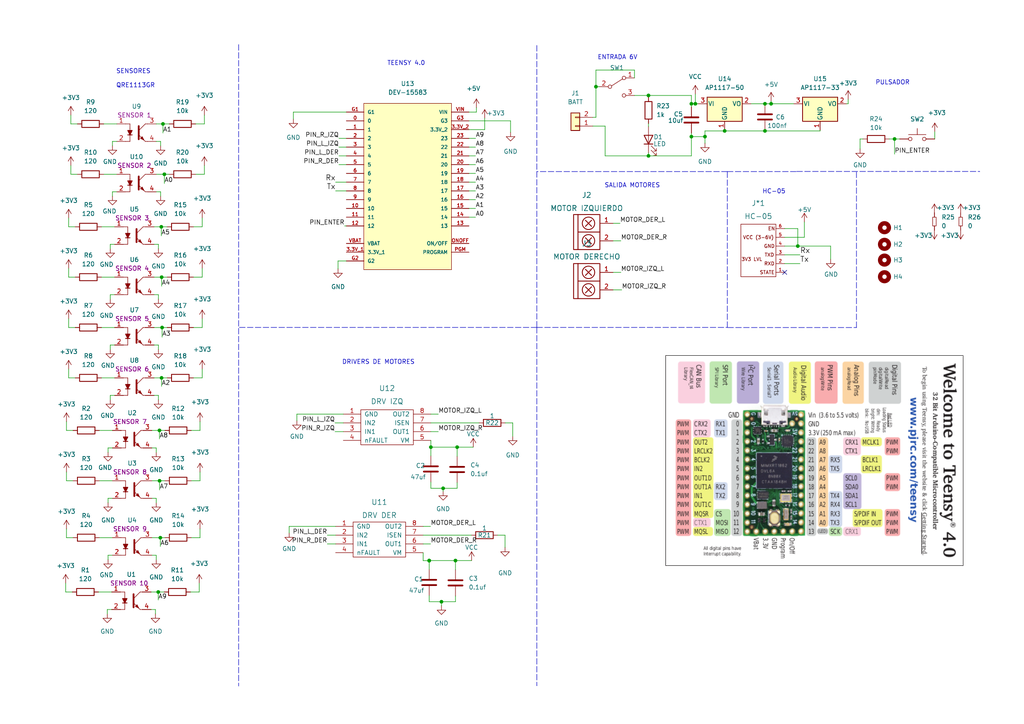
<source format=kicad_sch>
(kicad_sch (version 20211123) (generator eeschema)
  (paper "A4")
  (lib_symbols
    (symbol "+3V3_1" (power) (pin_names (offset 0))
      (property "Value" "+3V3_1" (at 0 3.556 0))
      (symbol "+3V3_1_1_1"
        (pin power_in line (at 0 0 90) (length 0) hide (name "+3V3") (number "1"))
      )
    )
    (symbol "+3V3_2" (power) (pin_names (offset 0))
      (property "Value" "+3V3_2" (at 0 3.556 0))
      (symbol "+3V3_2_1_1"
        (pin power_in line (at 0 0 90) (length 0) hide (name "+3V3") (number "1"))
      )
    )
    (symbol "+3V3_3" (power) (pin_names (offset 0))
      (property "Value" "+3V3_3" (at 0 3.556 0))
      (symbol "+3V3_3_1_1"
        (pin power_in line (at 0 0 90) (length 0) hide (name "+3V3") (number "1"))
      )
    )
    (symbol "+5V_1" (power) (pin_names (offset 0))
      (property "Value" "+5V_1" (at 0 3.556 0))
      (symbol "+5V_1_1_1"
        (pin power_in line (at 0 0 90) (length 0) hide (name "+5V") (number "1"))
      )
    )
    (symbol "+5V_2" (power) (pin_names (offset 0))
      (property "Value" "+5V_2" (at 0 3.556 0))
      (symbol "+5V_2_1_1"
        (pin power_in line (at 0 0 90) (length 0) hide (name "+5V") (number "1"))
      )
    )
    (symbol "Connector_Generic:Conn_01x02" (pin_names (offset 1.016) hide)
      (property "Reference" "J" (at 0 2.54 0))
      (property "Value" "Conn_01x02" (at 0 -5.08 0))
      (symbol "Conn_01x02_1_1"
        (pin passive line (at -5.08 0 0) (length 3.81) (name "Pin_1") (number "1"))
        (pin passive line (at -5.08 -2.54 0) (length 3.81) (name "Pin_2") (number "2"))
      )
    )
    (symbol "DEV-15583:DEV-15583" (pin_names (offset 1.016))
      (property "Reference" "U" (at -12.7 23.622 0))
      (property "Value" "DEV-15583" (at -12.7 -27.94 0))
      (symbol "DEV-15583_0_0"
        (pin bidirectional line (at -17.78 17.78 0) (length 5.08) (name "0") (number "0"))
        (pin bidirectional line (at -17.78 15.24 0) (length 5.08) (name "1") (number "1"))
        (pin bidirectional line (at -17.78 -7.62 0) (length 5.08) (name "10") (number "10"))
        (pin bidirectional line (at -17.78 -10.16 0) (length 5.08) (name "11") (number "11"))
        (pin bidirectional line (at -17.78 -12.7 0) (length 5.08) (name "12") (number "12"))
        (pin bidirectional line (at 17.78 -12.7 180) (length 5.08) (name "13") (number "13"))
        (pin bidirectional line (at 17.78 -10.16 180) (length 5.08) (name "14") (number "14"))
        (pin bidirectional line (at 17.78 -7.62 180) (length 5.08) (name "15") (number "15"))
        (pin bidirectional line (at 17.78 -5.08 180) (length 5.08) (name "16") (number "16"))
        (pin bidirectional line (at 17.78 -2.54 180) (length 5.08) (name "17") (number "17"))
        (pin bidirectional line (at 17.78 0 180) (length 5.08) (name "18") (number "18"))
        (pin bidirectional line (at 17.78 2.54 180) (length 5.08) (name "19") (number "19"))
        (pin bidirectional line (at -17.78 12.7 0) (length 5.08) (name "2") (number "2"))
        (pin bidirectional line (at 17.78 5.08 180) (length 5.08) (name "20") (number "20"))
        (pin bidirectional line (at 17.78 7.62 180) (length 5.08) (name "21") (number "21"))
        (pin bidirectional line (at 17.78 10.16 180) (length 5.08) (name "22") (number "22"))
        (pin bidirectional line (at 17.78 12.7 180) (length 5.08) (name "23") (number "23"))
        (pin bidirectional line (at -17.78 10.16 0) (length 5.08) (name "3") (number "3"))
        (pin power_in line (at -17.78 -20.32 0) (length 5.08) (name "3.3V_1") (number "3.3V_1"))
        (pin power_in line (at 17.78 15.24 180) (length 5.08) (name "3.3V_2") (number "3.3V_2"))
        (pin bidirectional line (at -17.78 7.62 0) (length 5.08) (name "4") (number "4"))
        (pin bidirectional line (at -17.78 5.08 0) (length 5.08) (name "5") (number "5"))
        (pin bidirectional line (at -17.78 2.54 0) (length 5.08) (name "6") (number "6"))
        (pin bidirectional line (at -17.78 0 0) (length 5.08) (name "7") (number "7"))
        (pin bidirectional line (at -17.78 -2.54 0) (length 5.08) (name "8") (number "8"))
        (pin bidirectional line (at -17.78 -5.08 0) (length 5.08) (name "9") (number "9"))
        (pin power_in line (at -17.78 20.32 0) (length 5.08) (name "G1") (number "G1"))
        (pin power_in line (at -17.78 -22.86 0) (length 5.08) (name "G2") (number "G2"))
        (pin power_in line (at 17.78 17.78 180) (length 5.08) (name "G3") (number "G3"))
        (pin bidirectional line (at 17.78 -17.78 180) (length 5.08) (name "ON/OFF") (number "ONOFF"))
        (pin bidirectional line (at 17.78 -20.32 180) (length 5.08) (name "PROGRAM") (number "PGM"))
        (pin power_in line (at -17.78 -17.78 0) (length 5.08) (name "VBAT") (number "VBAT"))
        (pin power_in line (at 17.78 20.32 180) (length 5.08) (name "VIN") (number "VIN"))
      )
    )
    (symbol "Device:C" (pin_numbers hide) (pin_names (offset 0.254))
      (property "Reference" "C" (at 0.635 2.54 0))
      (property "Value" "C" (at 0.635 -2.54 0))
      (symbol "C_1_1"
        (pin passive line (at 0 3.81 270) (length 2.794) (name "~") (number "1"))
        (pin passive line (at 0 -3.81 90) (length 2.794) (name "~") (number "2"))
      )
    )
    (symbol "Device:LED" (pin_numbers hide) (pin_names (offset 1.016) hide)
      (property "Reference" "D" (at 0 2.54 0))
      (property "Value" "LED" (at 0 -2.54 0))
      (symbol "LED_1_1"
        (pin passive line (at -3.81 0 0) (length 2.54) (name "K") (number "1"))
        (pin passive line (at 3.81 0 180) (length 2.54) (name "A") (number "2"))
      )
    )
    (symbol "Device:R" (pin_numbers hide) (pin_names (offset 0))
      (property "Reference" "R" (at 2.032 0 90))
      (property "Value" "R" (at 0 0 90))
      (symbol "R_1_1"
        (pin passive line (at 0 3.81 270) (length 1.27) (name "~") (number "1"))
        (pin passive line (at 0 -3.81 90) (length 1.27) (name "~") (number "2"))
      )
    )
    (symbol "EESTN58:SW_Push" (pin_numbers hide) (pin_names (offset 1.016) hide)
      (property "Reference" "SW" (at 1.27 2.54 0))
      (symbol "SW_Push_0_1"
        (pin passive line (at -5.08 0 0) (length 2.54) (name "1") (number "1"))
        (pin passive line (at 5.08 0 180) (length 2.54) (name "2") (number "2"))
      )
    )
    (symbol "EESTN5:DRV8872" (pin_names (offset 1.016))
      (property "Reference" "U" (at 0 6.35 0))
      (property "Value" "DRV8872" (at 0 -7.62 0))
      (symbol "DRV8872_1_1"
        (pin passive line (at -12.7 3.81 0) (length 5.08) (name "GND") (number "1"))
        (pin passive line (at -12.7 1.27 0) (length 5.08) (name "IN2") (number "2"))
        (pin passive line (at -12.7 -1.27 0) (length 5.08) (name "IN1") (number "3"))
        (pin passive line (at -12.7 -3.81 0) (length 5.08) (name "nFAULT") (number "4"))
        (pin passive line (at 12.7 -3.81 180) (length 5.08) (name "VM") (number "5"))
        (pin passive line (at 12.7 -1.27 180) (length 5.08) (name "OUT1") (number "6"))
        (pin passive line (at 12.7 1.27 180) (length 5.08) (name "ISEN") (number "7"))
        (pin passive line (at 12.7 3.81 180) (length 5.08) (name "OUT2") (number "8"))
      )
    )
    (symbol "EESTN5:HC-05" (pin_names (offset 0))
      (property "Reference" "J*" (at 1.27 10.16 0))
      (property "Value" "HC-05" (at 1.27 -10.16 0))
      (symbol "HC-05_0_0"
        (text "3V3 LVL" (at 6.985 2.54 0) (effects (font (size 0.9906 0.9906))))
        (text "EN" (at 1.27 -6.35 0) (effects (font (size 0.9906 0.9906))))
        (text "GND" (at 1.905 -1.27 0) (effects (font (size 0.9906 0.9906))))
        (text "RXD" (at 1.905 3.81 0) (effects (font (size 0.9906 0.9906))))
        (text "STATE" (at 2.54 6.35 0) (effects (font (size 0.9906 0.9906))))
        (text "TXD" (at 1.905 1.27 0) (effects (font (size 0.9906 0.9906))))
        (text "VCC (3-6V)" (at 5.08 -3.81 0) (effects (font (size 0.9906 0.9906))))
      )
      (symbol "HC-05_1_1"
        (pin passive line (at -2.54 6.35 0) (length 2.54) (name "~") (number "1"))
        (pin passive line (at -2.54 3.81 0) (length 2.54) (name "~") (number "2"))
        (pin passive line (at -2.54 1.27 0) (length 2.54) (name "~") (number "3"))
        (pin passive line (at -2.54 -1.27 0) (length 2.54) (name "~") (number "4"))
        (pin input line (at -2.54 -3.81 0) (length 2.54) (name "~") (number "5"))
        (pin input line (at -2.54 -6.35 0) (length 2.54) (name "~") (number "6"))
      )
    )
    (symbol "EESTN5:Mounting_Hole" (pin_names (offset 1.016))
      (property "Reference" "H" (at 0 5.08 0))
    )
    (symbol "EESTN5:QRE1113" (pin_names (offset 1.016))
      (property "Reference" "U" (at -5.08 5.08 0))
      (property "Datasheet" "https://www.fairchildsemi.com/products/optoelectronics/infrared/reflective-sensors/QRE1113.html" (at -1.27 0 0))
      (symbol "QRE1113_1_1"
        (pin passive line (at -5.08 2.54 0) (length 2.54) (name "~") (number "1"))
        (pin passive line (at -5.08 -2.54 0) (length 2.54) (name "~") (number "2"))
        (pin passive line (at 6.35 2.54 180) (length 2.54) (name "~") (number "3"))
        (pin passive line (at 6.35 -2.54 180) (length 2.54) (name "~") (number "4"))
      )
    )
    (symbol "EESTN5:R" (pin_numbers hide) (pin_names (offset 0))
      (property "Reference" "R" (at -1.27 0 90))
      (property "Value" "R" (at 1.27 0 90))
      (symbol "R_1_1"
        (pin passive line (at 0 2.54 270) (length 1.27) (name "~") (number "1"))
        (pin passive line (at 0 -2.54 90) (length 1.27) (name "~") (number "2"))
      )
    )
    (symbol "EESTN5:SW_SPDT" (pin_names (offset 0) hide)
      (property "Reference" "SW" (at 0 4.318 0))
      (symbol "SW_SPDT_1_1"
        (pin passive line (at 5.08 2.54 180) (length 2.54) (name "A") (number "1"))
        (pin passive line (at -5.08 0 0) (length 2.54) (name "B") (number "2"))
        (pin passive line (at 5.08 -2.54 180) (length 2.54) (name "C") (number "3"))
      )
    )
    (symbol "EESvggTN5:TB_1X2" (pin_names (offset 1.016))
      (property "Reference" "J" (at 0 7.62 0))
      (property "Value" "TB_1X2" (at 1.27 -7.62 0))
      (symbol "TB_1X2_1_1"
        (pin input line (at 8.89 2.54 180) (length 3.81) (name "~") (number "1"))
        (pin input line (at 8.89 -2.54 180) (length 3.81) (name "~") (number "2"))
      )
    )
    (symbol "GND_1" (power) (pin_names (offset 0))
      (property "Value" "GND_1" (at 0 -3.81 0))
      (symbol "GND_1_1_1"
        (pin power_in line (at 0 0 270) (length 0) hide (name "GND") (number "1"))
      )
    )
    (symbol "GND_2" (power) (pin_names (offset 0))
      (property "Value" "GND_2" (at 0 -3.81 0))
      (symbol "GND_2_1_1"
        (pin power_in line (at 0 0 270) (length 0) hide (name "GND") (number "1"))
      )
    )
    (symbol "GND_3" (power) (pin_names (offset 0))
      (property "Value" "GND_3" (at 0 -3.81 0))
      (symbol "GND_3_1_1"
        (pin power_in line (at 0 0 270) (length 0) hide (name "GND") (number "1"))
      )
    )
    (symbol "GND_4" (power) (pin_names (offset 0))
      (property "Value" "GND_4" (at 0 -3.81 0))
      (symbol "GND_4_1_1"
        (pin power_in line (at 0 0 270) (length 0) hide (name "GND") (number "1"))
      )
    )
    (symbol "GND_5" (power) (pin_names (offset 0))
      (property "Value" "GND_5" (at 0 -3.81 0))
      (symbol "GND_5_1_1"
        (pin power_in line (at 0 0 270) (length 0) hide (name "GND") (number "1"))
      )
    )
    (symbol "GND_6" (power) (pin_names (offset 0))
      (property "Value" "GND_6" (at 0 -3.81 0))
      (symbol "GND_6_1_1"
        (pin power_in line (at 0 0 270) (length 0) hide (name "GND") (number "1"))
      )
    )
    (symbol "GND_7" (power) (pin_names (offset 0))
      (property "Value" "GND_7" (at 0 -3.81 0))
      (symbol "GND_7_1_1"
        (pin power_in line (at 0 0 270) (length 0) hide (name "GND") (number "1"))
      )
    )
    (symbol "GND_8" (power) (pin_names (offset 0))
      (property "Value" "GND_8" (at 0 -3.81 0))
      (symbol "GND_8_1_1"
        (pin power_in line (at 0 0 270) (length 0) hide (name "GND") (number "1"))
      )
    )
    (symbol "Regulator_Linear:AP1117-33" (pin_names (offset 0.254))
      (property "Reference" "U" (at -3.81 3.175 0))
      (property "Value" "AP1117-33" (at 0 3.175 0))
      (symbol "AP1117-33_1_1"
        (pin power_in line (at 0 -7.62 90) (length 2.54) (name "GND") (number "1"))
        (pin power_out line (at 7.62 0 180) (length 2.54) (name "VO") (number "2"))
        (pin power_in line (at -7.62 0 0) (length 2.54) (name "VI") (number "3"))
      )
    )
    (symbol "Regulator_Linear:AP1117-50" (pin_names (offset 0.254))
      (property "Reference" "U" (at -3.81 3.175 0))
      (property "Value" "AP1117-50" (at 0 3.175 0))
      (symbol "AP1117-50_1_1"
        (pin power_in line (at 0 -7.62 90) (length 2.54) (name "GND") (number "1"))
        (pin power_out line (at 7.62 0 180) (length 2.54) (name "VO") (number "2"))
        (pin power_in line (at -7.62 0 0) (length 2.54) (name "VI") (number "3"))
      )
    )
    (symbol "power:+3V3" (power) (pin_names (offset 0))
      (property "Value" "+3V3" (at 0 3.556 0))
      (symbol "+3V3_1_1"
        (pin power_in line (at 0 0 90) (length 0) hide (name "+3V3") (number "1"))
      )
    )
    (symbol "power:+5V" (power) (pin_names (offset 0))
      (property "Value" "+5V" (at 0 3.556 0))
      (symbol "+5V_1_1"
        (pin power_in line (at 0 0 90) (length 0) hide (name "+5V") (number "1"))
      )
    )
    (symbol "power:GND" (power) (pin_names (offset 0))
      (property "Value" "GND" (at 0 -3.81 0))
      (symbol "GND_1_1"
        (pin power_in line (at 0 0 270) (length 0) hide (name "GND") (number "1"))
      )
    )
    (symbol "power:VCC" (power) (pin_names (offset 0))
      (property "Value" "VCC" (at 0 3.81 0))
      (symbol "VCC_1_1"
        (pin power_in line (at 0 0 90) (length 0) hide (name "VCC") (number "1"))
      )
    )
  )
  (junction (at 188.087 27.686))
  (junction (at 200.533 39.624))
  (junction (at 201.676 30.099))
  (junction (at 46.863 109.601))
  (junction (at 223.647 30.099))
  (junction (at 204.47 39.624))
  (junction (at 47.6758 50.546))
  (junction (at 132.588 129.6924))
  (junction (at 221.869 37.973))
  (junction (at 259.461 40.3098))
  (junction (at 46.2788 139.446))
  (junction (at 128.524 141.6304))
  (junction (at 45.8978 171.704))
  (junction (at 47.2694 35.941))
  (junction (at 132.1054 162.5854))
  (junction (at 124.4854 162.6108))
  (junction (at 46.2534 124.841))
  (junction (at 231.394 71.374))
  (junction (at 124.968 129.6924))
  (junction (at 172.847 25.146))
  (junction (at 210.185 37.973))
  (junction (at 200.533 30.099))
  (junction (at 124.4854 162.5854))
  (junction (at 46.5074 155.956))
  (junction (at 221.869 30.099))
  (junction (at 128.0414 174.5234))
  (junction (at 46.8884 80.391))
  (junction (at 47.0154 94.996))
  (junction (at 188.087 45.212))
  (junction (at 46.7868 65.786))
  (no_connect (at 227.584 78.994))
  (wire (pts (xy 144.3228 155.2194) (xy 146.4818 155.2194)))
  (wire (pts (xy 200.533 39.624) (xy 204.47 39.624)))
  (wire (pts (xy 136.017 35.052) (xy 148.082 35.052)))
  (wire (pts (xy 146.4818 155.2194) (xy 146.4818 158.7754)))
  (wire (pts (xy 30.0736 50.546) (xy 33.8836 50.546)))
  (wire (pts (xy 31.115 176.784) (xy 31.115 178.054)))
  (wire (pts (xy 22.4536 35.941) (xy 20.5486 35.941)))
  (wire (pts (xy 58.6486 63.246) (xy 58.6486 65.786)))
  (wire (pts (xy 57.785 171.704) (xy 55.245 171.704)))
  (wire (pts (xy 45.3136 129.921) (xy 45.3136 131.191)))
  (wire (pts (xy 45.3136 161.036) (xy 45.3136 162.306)))
  (wire (pts (xy 46.8884 80.391) (xy 48.4886 80.391)))
  (wire (pts (xy 21.1836 124.841) (xy 19.2786 124.841)))
  (wire (pts (xy 21.8186 80.391) (xy 19.9136 80.391)))
  (wire (pts (xy 47.2694 35.941) (xy 47.2694 38.5826)))
  (polyline (pts (xy 210.947 94.9706) (xy 210.947 49.7078)))
  (wire (pts (xy 128.0414 174.5234) (xy 132.1054 174.5234)))
  (wire (pts (xy 97.3328 55.372) (xy 100.457 55.372)))
  (wire (pts (xy 44.6786 109.601) (xy 46.863 109.601)))
  (wire (pts (xy 29.4386 65.786) (xy 33.2486 65.786)))
  (wire (pts (xy 148.082 35.052) (xy 148.082 38.354)))
  (wire (pts (xy 45.3136 35.941) (xy 47.2694 35.941)))
  (wire (pts (xy 47.6758 50.546) (xy 47.6758 53.213)))
  (wire (pts (xy 33.8836 55.626) (xy 32.6136 55.626)))
  (wire (pts (xy 58.0136 155.956) (xy 55.4736 155.956)))
  (wire (pts (xy 124.968 122.6566) (xy 138.938 122.6566)))
  (wire (pts (xy 46.5074 155.956) (xy 47.8536 155.956)))
  (wire (pts (xy 232.029 73.914) (xy 227.584 73.914)))
  (wire (pts (xy 33.2486 85.471) (xy 31.9786 85.471)))
  (wire (pts (xy 83.8708 152.6794) (xy 83.8708 154.5844)))
  (polyline (pts (xy 155.702 94.9706) (xy 155.702 198.8566)))
  (polyline (pts (xy 248.412 94.996) (xy 248.412 49.784)))
  (wire (pts (xy 46.7868 65.786) (xy 46.7868 68.4022)))
  (wire (pts (xy 85.09 32.512) (xy 100.457 32.512)))
  (wire (pts (xy 132.1054 172.8724) (xy 132.1054 174.5234)))
  (wire (pts (xy 128.0414 174.5234) (xy 128.0414 175.6918)))
  (wire (pts (xy 19.05 171.704) (xy 19.05 169.164)))
  (wire (pts (xy 124.4854 174.5234) (xy 128.0414 174.5234)))
  (wire (pts (xy 45.8978 171.704) (xy 45.8978 174.0154)))
  (wire (pts (xy 20.5486 50.546) (xy 20.5486 48.006)))
  (wire (pts (xy 45.9486 85.471) (xy 45.9486 86.741)))
  (wire (pts (xy 33.2486 70.866) (xy 31.9786 70.866)))
  (wire (pts (xy 259.461 40.3098) (xy 259.461 44.704)))
  (wire (pts (xy 31.9786 100.076) (xy 31.9786 101.346)))
  (wire (pts (xy 44.0436 139.446) (xy 46.2788 139.446)))
  (wire (pts (xy 221.869 37.719) (xy 221.869 37.973)))
  (wire (pts (xy 19.9136 80.391) (xy 19.9136 77.851)))
  (wire (pts (xy 45.9486 100.076) (xy 45.9486 101.346)))
  (wire (pts (xy 201.676 27.305) (xy 201.676 30.099)))
  (wire (pts (xy 44.0436 129.921) (xy 45.3136 129.921)))
  (wire (pts (xy 46.5836 55.626) (xy 46.5836 56.896)))
  (wire (pts (xy 46.5074 155.956) (xy 46.5074 158.496)))
  (wire (pts (xy 28.8036 139.446) (xy 32.6136 139.446)))
  (wire (pts (xy 44.0436 144.526) (xy 45.3136 144.526)))
  (wire (pts (xy 259.461 40.3098) (xy 260.9596 40.3098)))
  (wire (pts (xy 177.8 78.994) (xy 180.086 78.994)))
  (wire (pts (xy 100.457 47.752) (xy 98.298 47.752)))
  (wire (pts (xy 171.958 36.576) (xy 175.514 36.576)))
  (wire (pts (xy 124.4854 165.1254) (xy 124.4854 162.6108)))
  (wire (pts (xy 47.0154 94.996) (xy 48.4886 94.996)))
  (wire (pts (xy 46.863 109.601) (xy 48.4886 109.601)))
  (wire (pts (xy 32.6136 41.021) (xy 32.6136 42.291)))
  (wire (pts (xy 43.815 171.704) (xy 45.8978 171.704)))
  (wire (pts (xy 233.299 68.834) (xy 227.584 68.834)))
  (wire (pts (xy 46.2788 139.446) (xy 46.2788 142.113)))
  (wire (pts (xy 44.6786 70.866) (xy 45.9486 70.866)))
  (wire (pts (xy 132.588 139.9794) (xy 132.588 141.6304)))
  (wire (pts (xy 98.044 75.692) (xy 98.044 77.978)))
  (wire (pts (xy 57.785 169.164) (xy 57.785 171.704)))
  (wire (pts (xy 124.968 129.6924) (xy 124.968 132.207)))
  (wire (pts (xy 45.3136 41.021) (xy 46.5836 41.021)))
  (polyline (pts (xy 211.074 94.996) (xy 248.412 94.996)))
  (wire (pts (xy 94.9198 155.2194) (xy 97.3328 155.2194)))
  (wire (pts (xy 177.8 84.074) (xy 180.34 84.074)))
  (wire (pts (xy 237.871 37.973) (xy 221.869 37.973)))
  (wire (pts (xy 94.9198 157.7594) (xy 97.3328 157.7594)))
  (wire (pts (xy 227.584 71.374) (xy 231.394 71.374)))
  (wire (pts (xy 47.2694 35.941) (xy 49.1236 35.941)))
  (wire (pts (xy 58.0136 122.301) (xy 58.0136 124.841)))
  (wire (pts (xy 230.251 30.099) (xy 223.647 30.099)))
  (wire (pts (xy 33.8836 41.021) (xy 32.6136 41.021)))
  (wire (pts (xy 204.47 37.973) (xy 210.185 37.973)))
  (wire (pts (xy 271.1196 38.227) (xy 271.1196 40.3098)))
  (wire (pts (xy 46.2534 124.841) (xy 46.2534 127.3048)))
  (wire (pts (xy 19.9136 65.786) (xy 19.9136 63.246)))
  (wire (pts (xy 204.47 39.624) (xy 204.47 41.529)))
  (wire (pts (xy 188.087 35.814) (xy 188.087 36.703)))
  (wire (pts (xy 232.029 76.454) (xy 227.584 76.454)))
  (wire (pts (xy 217.805 30.099) (xy 221.869 30.099)))
  (polyline (pts (xy 155.702 13.1826) (xy 155.702 94.9706)))
  (wire (pts (xy 200.533 38.608) (xy 200.533 39.624)))
  (wire (pts (xy 45.3136 55.626) (xy 46.5836 55.626)))
  (wire (pts (xy 97.3328 52.832) (xy 100.457 52.832)))
  (wire (pts (xy 204.47 37.973) (xy 204.47 39.624)))
  (wire (pts (xy 124.968 120.1166) (xy 127.127 120.1166)))
  (wire (pts (xy 136.017 47.752) (xy 137.922 47.752)))
  (wire (pts (xy 172.847 34.036) (xy 172.847 25.146)))
  (wire (pts (xy 136.017 57.912) (xy 137.922 57.912)))
  (wire (pts (xy 136.017 52.832) (xy 137.922 52.832)))
  (wire (pts (xy 175.514 36.576) (xy 175.514 45.212)))
  (polyline (pts (xy 155.6766 94.9706) (xy 210.947 94.9706)))
  (wire (pts (xy 31.3436 129.921) (xy 31.3436 131.191)))
  (wire (pts (xy 44.6786 85.471) (xy 45.9486 85.471)))
  (wire (pts (xy 83.8708 152.6794) (xy 97.3328 152.6794)))
  (wire (pts (xy 44.6786 94.996) (xy 47.0154 94.996)))
  (wire (pts (xy 21.1836 155.956) (xy 19.2786 155.956)))
  (wire (pts (xy 140.589 34.3154) (xy 140.589 37.592)))
  (wire (pts (xy 29.4386 109.601) (xy 33.2486 109.601)))
  (wire (pts (xy 136.017 62.992) (xy 137.922 62.992)))
  (wire (pts (xy 21.8186 109.601) (xy 19.9136 109.601)))
  (wire (pts (xy 32.6136 129.921) (xy 31.3436 129.921)))
  (wire (pts (xy 200.533 45.212) (xy 200.533 39.624)))
  (wire (pts (xy 231.394 71.374) (xy 240.919 71.374)))
  (wire (pts (xy 58.6486 107.061) (xy 58.6486 109.601)))
  (wire (pts (xy 46.863 109.601) (xy 46.863 112.0648)))
  (wire (pts (xy 58.6486 80.391) (xy 56.1086 80.391)))
  (wire (pts (xy 58.0136 139.446) (xy 55.4736 139.446)))
  (wire (pts (xy 132.1054 162.5854) (xy 132.1054 165.2524)))
  (wire (pts (xy 46.2534 124.841) (xy 47.8536 124.841)))
  (wire (pts (xy 132.1054 162.5854) (xy 136.779 162.5854)))
  (wire (pts (xy 20.5486 35.941) (xy 20.5486 33.401)))
  (wire (pts (xy 249.4534 40.3098) (xy 250.2916 40.3098)))
  (wire (pts (xy 98.298 40.132) (xy 100.457 40.132)))
  (wire (pts (xy 47.6758 50.546) (xy 49.1236 50.546)))
  (wire (pts (xy 122.7328 155.2194) (xy 136.7028 155.2194)))
  (wire (pts (xy 59.2836 50.546) (xy 56.7436 50.546)))
  (wire (pts (xy 221.869 37.973) (xy 210.185 37.973)))
  (wire (pts (xy 43.815 176.784) (xy 45.085 176.784)))
  (wire (pts (xy 31.9786 114.681) (xy 31.9786 115.951)))
  (wire (pts (xy 177.8 64.77) (xy 179.832 64.77)))
  (wire (pts (xy 44.0436 161.036) (xy 45.3136 161.036)))
  (wire (pts (xy 122.7328 162.6108) (xy 124.4854 162.6108)))
  (wire (pts (xy 45.085 176.784) (xy 45.085 178.054)))
  (wire (pts (xy 188.087 45.212) (xy 200.533 45.212)))
  (wire (pts (xy 221.869 30.099) (xy 223.647 30.099)))
  (wire (pts (xy 210.185 37.719) (xy 210.185 37.973)))
  (wire (pts (xy 45.9486 114.681) (xy 45.9486 115.951)))
  (wire (pts (xy 58.6486 65.786) (xy 56.1086 65.786)))
  (wire (pts (xy 146.558 122.6566) (xy 148.717 122.6566)))
  (wire (pts (xy 31.9786 70.866) (xy 31.9786 72.136)))
  (wire (pts (xy 21.1836 139.446) (xy 19.2786 139.446)))
  (polyline (pts (xy 155.702 94.9706) (xy 69.215 94.9706)))
  (wire (pts (xy 188.087 27.686) (xy 188.087 28.194)))
  (wire (pts (xy 122.7328 162.6108) (xy 122.7328 160.2994)))
  (wire (pts (xy 28.8036 124.841) (xy 32.6136 124.841)))
  (wire (pts (xy 58.6486 94.996) (xy 56.1086 94.996)))
  (wire (pts (xy 200.533 27.686) (xy 200.533 30.099)))
  (wire (pts (xy 45.3136 144.526) (xy 45.3136 145.796)))
  (wire (pts (xy 45.3136 50.546) (xy 47.6758 50.546)))
  (wire (pts (xy 172.847 20.32) (xy 172.847 25.146)))
  (wire (pts (xy 31.3436 144.526) (xy 31.3436 145.796)))
  (wire (pts (xy 33.2486 114.681) (xy 31.9786 114.681)))
  (wire (pts (xy 124.4854 162.5854) (xy 132.1054 162.5854)))
  (wire (pts (xy 32.6136 144.526) (xy 31.3436 144.526)))
  (wire (pts (xy 86.106 120.1166) (xy 86.106 122.0216)))
  (wire (pts (xy 59.2836 35.941) (xy 56.7436 35.941)))
  (wire (pts (xy 58.6486 109.601) (xy 56.1086 109.601)))
  (wire (pts (xy 184.023 20.32) (xy 172.847 20.32)))
  (wire (pts (xy 30.0736 35.941) (xy 33.8836 35.941)))
  (wire (pts (xy 85.09 32.512) (xy 85.09 34.544)))
  (wire (pts (xy 136.017 55.372) (xy 137.922 55.372)))
  (wire (pts (xy 233.299 64.389) (xy 233.299 68.834)))
  (wire (pts (xy 177.8 69.85) (xy 180.086 69.85)))
  (wire (pts (xy 19.9136 109.601) (xy 19.9136 107.061)))
  (wire (pts (xy 58.0136 153.416) (xy 58.0136 155.956)))
  (wire (pts (xy 21.8186 94.996) (xy 19.9136 94.996)))
  (wire (pts (xy 237.871 37.719) (xy 237.871 37.973)))
  (wire (pts (xy 58.0136 124.841) (xy 55.4736 124.841)))
  (wire (pts (xy 58.6486 77.851) (xy 58.6486 80.391)))
  (wire (pts (xy 45.9486 70.866) (xy 45.9486 72.136)))
  (wire (pts (xy 19.2786 124.841) (xy 19.2786 122.301)))
  (wire (pts (xy 124.968 141.6304) (xy 128.524 141.6304)))
  (wire (pts (xy 19.9136 94.996) (xy 19.9136 92.456)))
  (wire (pts (xy 128.524 141.6304) (xy 128.524 142.5194)))
  (wire (pts (xy 29.4386 80.391) (xy 33.2486 80.391)))
  (wire (pts (xy 231.394 66.294) (xy 231.394 71.374)))
  (wire (pts (xy 31.9786 85.471) (xy 31.9786 86.741)))
  (wire (pts (xy 200.533 30.988) (xy 200.533 30.099)))
  (wire (pts (xy 19.2786 155.956) (xy 19.2786 153.416)))
  (polyline (pts (xy 231.0892 49.7332) (xy 284.1244 49.7332)))
  (wire (pts (xy 32.6136 55.626) (xy 32.6136 56.896)))
  (wire (pts (xy 132.588 129.6924) (xy 132.588 132.3594)))
  (wire (pts (xy 21.8186 65.786) (xy 19.9136 65.786)))
  (wire (pts (xy 223.647 29.337) (xy 223.647 30.099)))
  (wire (pts (xy 124.968 125.1966) (xy 127.127 125.1966)))
  (wire (pts (xy 201.676 30.099) (xy 202.565 30.099)))
  (wire (pts (xy 33.2486 100.076) (xy 31.9786 100.076)))
  (wire (pts (xy 124.4854 162.6108) (xy 124.4854 162.5854)))
  (wire (pts (xy 46.8884 80.391) (xy 46.8884 83.0072)))
  (wire (pts (xy 136.017 42.672) (xy 137.922 42.672)))
  (wire (pts (xy 100.457 45.212) (xy 98.298 45.212)))
  (wire (pts (xy 97.155 122.6566) (xy 99.568 122.6566)))
  (wire (pts (xy 98.298 42.672) (xy 100.457 42.672)))
  (wire (pts (xy 20.955 171.704) (xy 19.05 171.704)))
  (wire (pts (xy 240.919 71.374) (xy 240.919 75.184)))
  (wire (pts (xy 171.958 34.036) (xy 172.847 34.036)))
  (wire (pts (xy 249.4534 40.3098) (xy 249.4534 43.2054)))
  (wire (pts (xy 136.017 50.292) (xy 137.922 50.292)))
  (wire (pts (xy 100.457 75.692) (xy 98.044 75.692)))
  (wire (pts (xy 124.968 129.6924) (xy 132.588 129.6924)))
  (wire (pts (xy 22.4536 50.546) (xy 20.5486 50.546)))
  (polyline (pts (xy 155.702 198.8566) (xy 155.7274 198.8566)))
  (wire (pts (xy 32.6136 161.036) (xy 31.3436 161.036)))
  (wire (pts (xy 136.017 60.452) (xy 137.922 60.452)))
  (polyline (pts (xy 210.947 49.7586) (xy 155.702 49.7586)))
  (wire (pts (xy 138.176 31.242) (xy 138.176 32.512)))
  (wire (pts (xy 44.0436 155.956) (xy 46.5074 155.956)))
  (wire (pts (xy 46.5836 41.021) (xy 46.5836 42.291)))
  (wire (pts (xy 175.514 45.212) (xy 188.087 45.212)))
  (wire (pts (xy 245.999 28.829) (xy 245.999 30.099)))
  (wire (pts (xy 28.575 171.704) (xy 32.385 171.704)))
  (wire (pts (xy 44.6786 114.681) (xy 45.9486 114.681)))
  (wire (pts (xy 172.847 25.146) (xy 173.863 25.146)))
  (polyline (pts (xy 284.1244 49.7332) (xy 284.1244 49.7586)))
  (wire (pts (xy 132.588 129.6924) (xy 137.2616 129.6924)))
  (wire (pts (xy 184.023 27.686) (xy 188.087 27.686)))
  (wire (pts (xy 44.6786 65.786) (xy 46.7868 65.786)))
  (wire (pts (xy 124.968 127.7366) (xy 124.968 129.6924)))
  (wire (pts (xy 184.023 22.606) (xy 184.023 20.32)))
  (wire (pts (xy 58.6486 92.456) (xy 58.6486 94.996)))
  (wire (pts (xy 227.584 66.294) (xy 231.394 66.294)))
  (wire (pts (xy 29.4386 94.996) (xy 33.2486 94.996)))
  (wire (pts (xy 46.2788 139.446) (xy 47.8536 139.446)))
  (wire (pts (xy 136.017 45.212) (xy 137.922 45.212)))
  (wire (pts (xy 97.155 125.1966) (xy 99.568 125.1966)))
  (wire (pts (xy 136.017 37.592) (xy 140.589 37.592)))
  (wire (pts (xy 32.385 176.784) (xy 31.115 176.784)))
  (wire (pts (xy 47.0154 94.996) (xy 47.0154 97.79)))
  (wire (pts (xy 59.2836 48.006) (xy 59.2836 50.546)))
  (wire (pts (xy 31.3436 161.036) (xy 31.3436 162.306)))
  (wire (pts (xy 124.968 139.827) (xy 124.968 141.6304)))
  (wire (pts (xy 44.6786 80.391) (xy 46.8884 80.391)))
  (wire (pts (xy 136.017 32.512) (xy 138.176 32.512)))
  (wire (pts (xy 46.7868 65.786) (xy 48.4886 65.786)))
  (polyline (pts (xy 69.215 12.9286) (xy 69.215 198.9836)))
  (polyline (pts (xy 210.947 49.7586) (xy 231.0892 49.7586)))
  (wire (pts (xy 148.717 122.6566) (xy 148.717 126.5428)))
  (wire (pts (xy 58.0136 136.906) (xy 58.0136 139.446)))
  (wire (pts (xy 45.8978 171.704) (xy 47.625 171.704)))
  (wire (pts (xy 245.491 30.099) (xy 245.999 30.099)))
  (wire (pts (xy 136.017 40.132) (xy 137.9474 40.132)))
  (wire (pts (xy 19.2786 139.446) (xy 19.2786 136.906)))
  (wire (pts (xy 86.106 120.1166) (xy 99.568 120.1166)))
  (wire (pts (xy 200.533 30.099) (xy 201.676 30.099)))
  (wire (pts (xy 122.7328 152.6794) (xy 124.8918 152.6794)))
  (wire (pts (xy 44.6786 100.076) (xy 45.9486 100.076)))
  (wire (pts (xy 122.7328 157.7594) (xy 124.8918 157.7594)))
  (wire (pts (xy 257.9116 40.3098) (xy 259.461 40.3098)))
  (wire (pts (xy 28.8036 155.956) (xy 32.6136 155.956)))
  (wire (pts (xy 99.949 65.532) (xy 100.457 65.532)))
  (wire (pts (xy 188.087 44.323) (xy 188.087 45.212)))
  (wire (pts (xy 188.087 27.686) (xy 200.533 27.686)))
  (wire (pts (xy 44.0436 124.841) (xy 46.2534 124.841)))
  (wire (pts (xy 128.524 141.6304) (xy 132.588 141.6304)))
  (wire (pts (xy 124.4854 172.7454) (xy 124.4854 174.5234)))
  (wire (pts (xy 59.2836 33.401) (xy 59.2836 35.941)))
  (image (at 236.22 133.5786) (scale 1.88987))
  (text "HC-05\n" (at 221.0816 56.388 0) (effects (font (size 1.27 1.27)) (justify left bottom)))
  (text "DRIVERS DE MOTORES\n" (at 99.187 105.8672 0) (effects (font (size 1.27 1.27)) (justify left bottom)))
  (text "ENTRADA 6V\n\n" (at 173.3042 19.5326 0) (effects (font (size 1.27 1.27)) (justify left bottom)))
  (text "SENSORES \n\nQRE1113GR" (at 33.655 25.6286 0) (effects (font (size 1.27 1.27)) (justify left bottom)))
  (text "SALIDA MOTORES\n" (at 175.3108 54.6354 0) (effects (font (size 1.27 1.27)) (justify left bottom)))
  (text "TEENSY 4.0\n" (at 112.268 19.177 0) (effects (font (size 1.27 1.27)) (justify left bottom)))
  (text "PULSADOR\n" (at 253.8984 24.7904 0) (effects (font (size 1.27 1.27)) (justify left bottom)))
  (label "PIN_L_DER" (at 94.9198 155.2194 180))
  (label "A5" (at 137.922 50.292 0))
  (label "A6" (at 46.5074 158.496 0))
  (label "PIN_R_IZQ" (at 98.298 40.132 180))
  (label "A3" (at 137.922 55.372 0))
  (label "MOTOR_IZQ_R" (at 180.34 84.074 0))
  (label "Rx" (at 232.029 73.914 0) (effects (font (size 1.524 1.524))))
  (label "MOTOR_IZQ_L" (at 180.086 78.994 0))
  (label "PIN_L_IZQ" (at 98.298 42.672 180))
  (label "A1" (at 47.2694 38.5826 0))
  (label "PIN_ENTER" (at 99.949 65.532 180))
  (label "PIN_ENTER" (at 259.461 44.704 0))
  (label "MOTOR_DER_R" (at 180.086 69.85 0))
  (label "A9" (at 45.8978 174.0154 0))
  (label "PIN_L_IZQ" (at 97.155 122.6566 180))
  (label "A0" (at 47.6758 53.213 0))
  (label "A4" (at 137.922 52.832 0))
  (label "PIN_R_DER" (at 94.9198 157.7594 180))
  (label "PIN_R_IZQ" (at 97.155 125.1966 180))
  (label "PIN_L_DER" (at 98.298 45.212 180))
  (label "A9" (at 137.9474 40.132 0))
  (label "A5" (at 46.7868 68.4022 0))
  (label "MOTOR_IZQ_R" (at 127.127 125.1966 0))
  (label "A0" (at 137.922 62.992 0))
  (label "A2" (at 46.863 112.0648 0))
  (label "A2" (at 137.922 57.912 0))
  (label "A6" (at 137.922 47.752 0))
  (label "PIN_R_DER" (at 98.298 47.752 180))
  (label "Tx" (at 97.3328 55.372 180) (effects (font (size 1.524 1.524))))
  (label "A7" (at 137.922 45.212 0))
  (label "A8" (at 46.2534 127.3048 0))
  (label "A3" (at 47.0154 97.79 0))
  (label "A1" (at 137.922 60.452 0))
  (label "MOTOR_DER_L" (at 179.832 64.77 0))
  (label "Tx" (at 232.029 76.454 0) (effects (font (size 1.524 1.524))))
  (label "A8" (at 137.922 42.672 0))
  (label "MOTOR_DER_R" (at 124.8918 157.7594 0))
  (label "MOTOR_DER_L" (at 124.8918 152.6794 0))
  (label "Rx" (at 97.3328 52.832 180) (effects (font (size 1.524 1.524))))
  (label "A7" (at 46.2788 142.113 0))
  (label "A4" (at 46.8884 83.0072 0))
  (label "MOTOR_IZQ_L" (at 127.127 120.1166 0))
  (symbol (lib_id "Device:R") (at 140.5128 155.2194 90) (unit 1)
    (property "Reference" "R21" (at 140.5128 155.2194 90))
    (property "Value" "1" (at 140.5128 153.1874 90))
    (property "Footprint" "EESTN5:R_0805" (effects hide))
  )
  (symbol (lib_id "power:+3V3") (at 58.0136 153.416 0) (unit 1)
    (property "Reference" "#PWR0122" (effects hide))
    (property "Value" "+3V3" (at 58.0136 147.701 0))
  )
  (symbol (lib_id "power:+3V3") (at 58.6486 77.851 0) (unit 1)
    (property "Reference" "#PWR0142" (effects hide))
    (property "Value" "+3V3" (at 58.6486 72.136 0))
  )
  (symbol (lib_id "Device:R") (at 25.6286 94.996 90) (unit 1)
    (property "Reference" "R7" (at 25.6286 88.646 90))
    (property "Value" "120" (at 25.6286 91.186 90))
    (property "Footprint" "EESTN5:R_0805" (effects hide))
  )
  (symbol (lib_id "Device:R") (at 51.6636 124.841 90) (unit 1)
    (property "Reference" "R12" (at 51.6636 118.491 90))
    (property "Value" "10k" (at 51.6636 121.031 90))
    (property "Footprint" "EESTN5:R_0805" (effects hide))
  )
  (symbol (lib_id "power:GND") (at 31.9786 101.346 0) (unit 1)
    (property "Reference" "#PWR0109" (effects hide))
    (property "Value" "GND" (at 31.2928 105.9942 0))
  )
  (symbol (lib_id "Regulator_Linear:AP1117-33") (at 237.871 30.099 0) (unit 1)
    (property "Reference" "U15" (at 237.871 22.86 0))
    (property "Value" "AP1117-33" (at 237.871 25.4 0))
    (property "Footprint" "Package_TO_SOT_SMD:SOT-223-3_TabPin2" (effects hide))
    (property "Datasheet" "http://www.diodes.com/datasheets/AP1117.pdf" (effects hide))
  )
  (symbol (lib_id "Device:R") (at 51.6636 139.446 90) (unit 1)
    (property "Reference" "R13" (at 51.6636 133.096 90))
    (property "Value" "10k" (at 51.6636 135.636 90))
    (property "Footprint" "EESTN5:R_0805" (effects hide))
  )
  (symbol (lib_name "GND_8") (lib_id "power:GND") (at 249.4534 43.2054 0) (unit 1)
    (property "Reference" "#PWR0158" (effects hide))
    (property "Value" "GND" (at 249.4534 47.8536 0))
  )
  (symbol (lib_id "power:+3V3") (at 57.785 169.164 0) (unit 1)
    (property "Reference" "#PWR0121" (effects hide))
    (property "Value" "+3V3" (at 57.785 163.449 0))
  )
  (symbol (lib_id "Device:R") (at 188.087 32.004 0) (unit 1)
    (property "Reference" "R23" (at 190.373 30.7339 0) (effects (justify left)))
    (property "Value" "1k" (at 190.373 33.2739 0) (effects (justify left)))
    (property "Footprint" "EESTN5:R_0805" (effects hide))
  )
  (symbol (lib_id "EESTN58:SW_Push") (at 266.0396 40.3098 0) (unit 1)
    (property "Reference" "SW2" (at 266.0396 34.544 0))
    (property "Value" "SW_Push" (effects hide))
    (property "Footprint" "EESTN5:Pulsador_TH_4" (effects hide))
  )
  (symbol (lib_id "power:GND") (at 45.9486 115.951 0) (unit 1)
    (property "Reference" "#PWR0112" (effects hide))
    (property "Value" "GND" (at 45.9486 121.031 0))
  )
  (symbol (lib_id "power:+5V") (at 233.299 64.389 0) (unit 1)
    (property "Reference" "#PWR0160" (effects hide))
    (property "Value" "+5V" (at 233.299 60.833 0))
  )
  (symbol (lib_id "Device:C") (at 132.1054 169.0624 0) (unit 1)
    (property "Reference" "C3" (at 135.9154 167.7923 0) (effects (justify left)))
    (property "Value" "0.1uf" (at 135.9154 170.3323 0) (effects (justify left)))
    (property "Footprint" "EESTN5:C_0805" (effects hide))
  )
  (symbol (lib_id "power:+3V3") (at 20.5486 48.006 0) (unit 1)
    (property "Reference" "#PWR0132" (effects hide))
    (property "Value" "+3V3" (at 20.5486 42.926 0))
  )
  (symbol (lib_id "EESTN5:R") (at 271.018 64.262 0) (unit 1)
    (property "Reference" "R25" (at 273.05 62.9919 0) (effects (justify left)))
    (property "Value" "0" (at 273.05 65.5319 0) (effects (justify left)))
    (property "Footprint" "EESTN5:RES0.3" (effects hide))
  )
  (symbol (lib_id "Device:C") (at 124.4854 168.9354 0) (unit 1)
    (property "Reference" "C1" (at 120.1166 167.9702 0) (effects (justify left)))
    (property "Value" "47uf" (at 123.063 171.2722 0) (effects (justify right)))
    (property "Footprint" "EESTN5:C_0805" (effects hide))
  )
  (symbol (lib_name "GND_7") (lib_id "power:GND") (at 128.524 142.5194 0) (unit 1)
    (property "Reference" "#PWR0154" (effects hide))
    (property "Value" "GND" (at 128.524 147.5994 0))
  )
  (symbol (lib_id "EESTN5:QRE1113") (at 37.6936 127.381 0) (unit 1)
    (property "Reference" "U2" (at 38.3286 119.761 0))
    (property "Value" "QRE1113" (effects hide))
    (property "Footprint" "qre1113:SOIC180P460X187-4N" (effects hide))
    (property "Datasheet" "SENSOR 7" (at 37.6936 122.301 0))
  )
  (symbol (lib_id "power:GND") (at 31.115 178.054 0) (unit 1)
    (property "Reference" "#PWR0134" (effects hide))
    (property "Value" "GND" (at 31.115 183.134 0))
  )
  (symbol (lib_name "+3V3_1") (lib_id "power:+3V3") (at 140.589 34.3154 0) (mirror y) (unit 1)
    (property "Reference" "#PWR0150" (effects hide))
    (property "Value" "+3V3" (at 143.7894 32.8168 0))
  )
  (symbol (lib_name "GND_4") (lib_id "power:GND") (at 98.044 77.978 0) (unit 1)
    (property "Reference" "#PWR0146" (effects hide))
    (property "Value" "GND" (at 98.044 83.185 0))
  )
  (symbol (lib_id "Device:R") (at 25.6286 65.786 90) (unit 1)
    (property "Reference" "R5" (at 25.6286 59.436 90))
    (property "Value" "120" (at 25.6286 61.976 90))
    (property "Footprint" "EESTN5:R_0805" (effects hide))
  )
  (symbol (lib_id "EESTN5:DRV8872") (at 110.0328 156.4894 0) (unit 1)
    (property "Reference" "U11" (at 110.0328 145.6436 0) (effects (font (size 1.524 1.524))))
    (property "Value" "DRV DER" (at 110.0328 149.4536 0) (effects (font (size 1.524 1.524))))
    (property "Footprint" "EESTN5:SSOP-8" (effects hide))
  )
  (symbol (lib_id "power:+3V3") (at 58.6486 63.246 0) (unit 1)
    (property "Reference" "#PWR0143" (effects hide))
    (property "Value" "+3V3" (at 58.6486 57.531 0))
  )
  (symbol (lib_name "+3V3_1") (lib_id "power:+3V3") (at 278.638 66.802 0) (mirror x) (unit 1)
    (property "Reference" "#PWR0164" (effects hide))
    (property "Value" "+3V3" (at 275.4376 68.3006 0))
  )
  (symbol (lib_name "GND_6") (lib_id "power:GND") (at 86.106 122.0216 0) (unit 1)
    (property "Reference" "#PWR0140" (effects hide))
    (property "Value" "GND" (at 86.106 126.5936 0))
  )
  (symbol (lib_name "GND_5") (lib_id "power:GND") (at 148.717 126.5428 0) (unit 1)
    (property "Reference" "#PWR0141" (effects hide))
    (property "Value" "GND" (at 148.717 132.0038 0))
  )
  (symbol (lib_id "EESTN5:QRE1113") (at 37.465 174.244 0) (unit 1)
    (property "Reference" "U1" (at 38.1 166.624 0))
    (property "Value" "QRE1113" (effects hide))
    (property "Footprint" "qre1113:SOIC180P460X187-4N" (effects hide))
    (property "Datasheet" "SENSOR 10" (at 37.465 169.164 0))
  )
  (symbol (lib_id "power:+3V3") (at 59.2836 33.401 0) (unit 1)
    (property "Reference" "#PWR0130" (effects hide))
    (property "Value" "+3V3" (at 59.2836 27.686 0))
  )
  (symbol (lib_id "Device:R") (at 52.2986 65.786 90) (unit 1)
    (property "Reference" "R15" (at 52.2986 59.436 90))
    (property "Value" "10k" (at 52.2986 61.976 90))
    (property "Footprint" "EESTN5:R_0805" (effects hide))
  )
  (symbol (lib_id "Device:R") (at 26.2636 50.546 90) (unit 1)
    (property "Reference" "R10" (at 26.2636 44.196 90))
    (property "Value" "120" (at 26.2636 46.736 90))
    (property "Footprint" "EESTN5:R_0805" (effects hide))
  )
  (symbol (lib_id "Device:R") (at 142.748 122.6566 90) (unit 1)
    (property "Reference" "R22" (at 142.748 122.6566 90))
    (property "Value" "1" (at 142.748 120.6246 90))
    (property "Footprint" "EESTN5:R_0805" (effects hide))
  )
  (symbol (lib_id "Device:R") (at 25.6286 80.391 90) (unit 1)
    (property "Reference" "R6" (at 25.6286 74.041 90))
    (property "Value" "120" (at 25.6286 76.581 90))
    (property "Footprint" "EESTN5:R_0805" (effects hide))
  )
  (symbol (lib_id "power:+3V3") (at 58.6486 107.061 0) (unit 1)
    (property "Reference" "#PWR0105" (effects hide))
    (property "Value" "+3V3" (at 58.6486 101.346 0))
  )
  (symbol (lib_id "power:+3V3") (at 58.0136 136.906 0) (unit 1)
    (property "Reference" "#PWR0102" (effects hide))
    (property "Value" "+3V3" (at 58.0136 131.191 0))
  )
  (symbol (lib_id "Device:R") (at 254.1016 40.3098 90) (unit 1)
    (property "Reference" "R24" (at 254.1016 34.4932 90))
    (property "Value" "10k" (at 254.1016 37.0332 90))
    (property "Footprint" "EESTN5:R_0805" (effects hide))
  )
  (symbol (lib_name "+5V_2") (lib_id "power:+5V") (at 138.176 31.242 0) (unit 1)
    (property "Reference" "#PWR0151" (effects hide))
    (property "Value" "+5V" (at 137.3124 25.6794 0))
  )
  (symbol (lib_id "EESTN5:HC-05") (at 225.044 72.644 180) (unit 1)
    (property "Reference" "J*1" (at 219.964 58.928 0) (effects (font (size 1.524 1.524))))
    (property "Value" "HC-05" (at 219.964 62.738 0) (effects (font (size 1.524 1.524))))
    (property "Footprint" "EESTN5:HC-05" (effects hide))
  )
  (symbol (lib_id "power:+3V3") (at 19.9136 92.456 0) (unit 1)
    (property "Reference" "#PWR0107" (effects hide))
    (property "Value" "+3V3" (at 19.9136 87.376 0))
  )
  (symbol (lib_name "GND_1") (lib_id "power:GND") (at 204.47 41.529 0) (unit 1)
    (property "Reference" "#PWR0152" (effects hide))
    (property "Value" "GND" (at 204.47 46.863 0))
  )
  (symbol (lib_id "power:VCC") (at 137.2616 129.6924 0) (unit 1)
    (property "Reference" "#PWR0153" (effects hide))
    (property "Value" "VCC" (at 137.2616 125.8824 0))
  )
  (symbol (lib_id "power:+3V3") (at 19.2786 122.301 0) (unit 1)
    (property "Reference" "#PWR0113" (effects hide))
    (property "Value" "+3V3" (at 19.2786 117.221 0))
  )
  (symbol (lib_id "power:GND") (at 240.919 75.184 0) (unit 1)
    (property "Reference" "#PWR0159" (effects hide))
    (property "Value" "GND" (at 241.046 79.5782 0))
  )
  (symbol (lib_id "Device:R") (at 52.2986 109.601 90) (unit 1)
    (property "Reference" "R18" (at 52.2986 103.251 90))
    (property "Value" "10k" (at 52.2986 105.791 90))
    (property "Footprint" "EESTN5:R_0805" (effects hide))
  )
  (symbol (lib_id "power:GND") (at 32.6136 56.896 0) (unit 1)
    (property "Reference" "#PWR0124" (effects hide))
    (property "Value" "GND" (at 31.75 61.2648 0))
  )
  (symbol (lib_id "Device:C") (at 200.533 34.798 0) (unit 1)
    (property "Reference" "C5" (at 195.4022 33.0962 0) (effects (justify left)))
    (property "Value" "10uf" (at 193.7258 34.9504 0) (effects (justify left)))
    (property "Footprint" "EESTN5:C_0805" (effects hide))
  )
  (symbol (lib_id "power:+3V3") (at 58.6486 92.456 0) (unit 1)
    (property "Reference" "#PWR0144" (effects hide))
    (property "Value" "+3V3" (at 58.6486 86.741 0))
  )
  (symbol (lib_id "EESvggTN5:TB_1X2") (at 168.91 81.534 0) (unit 1)
    (property "Reference" "J3" (at 170.18 70.6374 0) (effects (font (size 1.524 1.524))))
    (property "Value" "MOTOR DERECHO" (at 170.18 74.4474 0) (effects (font (size 1.524 1.524))))
    (property "Footprint" "Connector_JST:JST_EH_B2B-EH-A_1x02_P2.50mm_Vertical" (effects hide))
  )
  (symbol (lib_id "power:+3V3") (at 19.2786 153.416 0) (unit 1)
    (property "Reference" "#PWR0117" (effects hide))
    (property "Value" "+3V3" (at 19.2786 148.336 0))
  )
  (symbol (lib_id "Device:R") (at 51.435 171.704 90) (unit 1)
    (property "Reference" "R11" (at 51.435 165.354 90))
    (property "Value" "10k" (at 51.435 167.894 90))
    (property "Footprint" "EESTN5:R_0805" (effects hide))
  )
  (symbol (lib_id "EESTN5:QRE1113") (at 38.3286 97.536 0) (unit 1)
    (property "Reference" "U7" (at 38.9636 89.916 0))
    (property "Value" "QRE1113" (effects hide))
    (property "Footprint" "qre1113:SOIC180P460X187-4N" (effects hide))
    (property "Datasheet" "SENSOR 5" (at 38.3286 92.456 0))
  )
  (symbol (lib_id "Regulator_Linear:AP1117-50") (at 210.185 30.099 0) (unit 1)
    (property "Reference" "U14" (at 210.185 22.86 0))
    (property "Value" "AP1117-50" (at 210.185 25.4 0))
    (property "Footprint" "Package_TO_SOT_SMD:SOT-223-3_TabPin2" (effects hide))
    (property "Datasheet" "http://www.diodes.com/datasheets/AP1117.pdf" (effects hide))
  )
  (symbol (lib_id "EESTN5:Mounting_Hole") (at 256.54 75.438 0) (unit 1)
    (property "Reference" "H3" (at 259.08 75.4379 0) (effects (justify left)))
    (property "Value" "Mounting_Hole" (effects hide))
    (property "Footprint" "EESTN5:hole_3mm" (effects hide))
  )
  (symbol (lib_id "power:GND") (at 46.5836 42.291 0) (unit 1)
    (property "Reference" "#PWR0135" (effects hide))
    (property "Value" "GND" (at 46.5836 47.371 0))
  )
  (symbol (lib_name "GND_7") (lib_id "power:GND") (at 128.0414 175.6918 0) (unit 1)
    (property "Reference" "#PWR0139" (effects hide))
    (property "Value" "GND" (at 128.0414 180.7718 0))
  )
  (symbol (lib_id "Device:LED") (at 188.087 40.513 90) (unit 1)
    (property "Reference" "D1" (at 189.5348 39.7256 90) (effects (justify right)))
    (property "Value" "LED" (at 189.5094 41.7322 90) (effects (justify right)))
    (property "Footprint" "EESTN5:led_3mm_clear" (effects hide))
  )
  (symbol (lib_id "power:GND") (at 31.9786 72.136 0) (unit 1)
    (property "Reference" "#PWR0128" (effects hide))
    (property "Value" "GND" (at 30.9118 76.708 0))
  )
  (symbol (lib_id "Device:R") (at 52.9336 50.546 90) (unit 1)
    (property "Reference" "R20" (at 52.9336 44.196 90))
    (property "Value" "10k" (at 52.9336 46.736 90))
    (property "Footprint" "EESTN5:R_0805" (effects hide))
  )
  (symbol (lib_id "EESTN5:Mounting_Hole") (at 256.54 66.04 0) (unit 1)
    (property "Reference" "H1" (at 259.08 66.0399 0) (effects (justify left)))
    (property "Value" "Mounting_Hole" (effects hide))
    (property "Footprint" "EESTN5:hole_3mm" (effects hide))
  )
  (symbol (lib_id "power:GND") (at 45.085 178.054 0) (unit 1)
    (property "Reference" "#PWR0133" (effects hide))
    (property "Value" "GND" (at 45.085 183.134 0))
  )
  (symbol (lib_id "Device:R") (at 26.2636 35.941 90) (unit 1)
    (property "Reference" "R9" (at 26.2636 29.591 90))
    (property "Value" "120" (at 26.2636 32.131 90))
    (property "Footprint" "EESTN5:R_0805" (effects hide))
  )
  (symbol (lib_id "power:GND") (at 45.9486 86.741 0) (unit 1)
    (property "Reference" "#PWR0123" (effects hide))
    (property "Value" "GND" (at 45.9486 91.821 0))
  )
  (symbol (lib_id "Device:R") (at 24.9936 139.446 90) (unit 1)
    (property "Reference" "R3" (at 24.9936 133.096 90))
    (property "Value" "120" (at 24.9936 135.636 90))
    (property "Footprint" "EESTN5:R_0805" (effects hide))
  )
  (symbol (lib_id "power:GND") (at 31.9786 86.741 0) (unit 1)
    (property "Reference" "#PWR0108" (effects hide))
    (property "Value" "GND" (at 30.9118 91.5162 0))
  )
  (symbol (lib_id "power:GND") (at 31.9786 115.951 0) (unit 1)
    (property "Reference" "#PWR0114" (effects hide))
    (property "Value" "GND" (at 31.1404 120.523 0))
  )
  (symbol (lib_id "power:GND") (at 31.3436 162.306 0) (unit 1)
    (property "Reference" "#PWR0119" (effects hide))
    (property "Value" "GND" (at 30.8864 166.751 0))
  )
  (symbol (lib_id "power:GND") (at 46.5836 56.896 0) (unit 1)
    (property "Reference" "#PWR0148" (effects hide))
    (property "Value" "GND" (at 46.5836 61.976 0))
  )
  (symbol (lib_id "power:VCC") (at 201.676 27.305 0) (unit 1)
    (property "Reference" "#PWR0155" (effects hide))
    (property "Value" "VCC" (at 201.676 22.225 0))
  )
  (symbol (lib_id "EESTN5:Mounting_Hole") (at 256.54 80.264 0) (unit 1)
    (property "Reference" "H4" (at 259.08 80.2639 0) (effects (justify left)))
    (property "Value" "Mounting_Hole" (effects hide))
    (property "Footprint" "EESTN5:Pololu_Micro_Con_Soporte_Simple" (effects hide))
  )
  (symbol (lib_id "EESTN5:DRV8872") (at 112.268 123.9266 0) (unit 1)
    (property "Reference" "U12" (at 112.268 112.6236 0) (effects (font (size 1.524 1.524))))
    (property "Value" "DRV IZQ" (at 112.268 116.4336 0) (effects (font (size 1.524 1.524))))
    (property "Footprint" "EESTN5:SSOP-8" (effects hide))
  )
  (symbol (lib_id "power:GND") (at 45.3136 131.191 0) (unit 1)
    (property "Reference" "#PWR0101" (effects hide))
    (property "Value" "GND" (at 45.3136 136.271 0))
  )
  (symbol (lib_id "Device:R") (at 25.6286 109.601 90) (unit 1)
    (property "Reference" "R8" (at 25.6286 103.251 90))
    (property "Value" "120" (at 25.6286 105.791 90))
    (property "Footprint" "EESTN5:R_0805" (effects hide))
  )
  (symbol (lib_id "Device:R") (at 24.765 171.704 90) (unit 1)
    (property "Reference" "R1" (at 24.765 165.354 90))
    (property "Value" "120" (at 24.765 167.894 90))
    (property "Footprint" "EESTN5:R_0805" (effects hide))
  )
  (symbol (lib_id "power:GND") (at 45.9486 72.136 0) (unit 1)
    (property "Reference" "#PWR0127" (effects hide))
    (property "Value" "GND" (at 45.9486 77.216 0))
  )
  (symbol (lib_id "power:+3V3") (at 19.9136 107.061 0) (unit 1)
    (property "Reference" "#PWR0110" (effects hide))
    (property "Value" "+3V3" (at 19.9136 101.981 0))
  )
  (symbol (lib_id "Device:R") (at 52.2986 94.996 90) (unit 1)
    (property "Reference" "R17" (at 52.2986 88.646 90))
    (property "Value" "10k" (at 52.2986 91.186 90))
    (property "Footprint" "EESTN5:R_0805" (effects hide))
  )
  (symbol (lib_name "GND_3") (lib_id "power:GND") (at 85.09 34.544 0) (unit 1)
    (property "Reference" "#PWR0147" (effects hide))
    (property "Value" "GND" (at 85.09 39.878 0))
  )
  (symbol (lib_id "power:+3V3") (at 20.5486 33.401 0) (unit 1)
    (property "Reference" "#PWR0129" (effects hide))
    (property "Value" "+3V3" (at 20.5486 28.321 0))
  )
  (symbol (lib_id "EESTN5:SW_SPDT") (at 178.943 25.146 0) (unit 1)
    (property "Reference" "SW1" (at 178.943 19.6596 0))
    (property "Value" "SW_SPDT" (effects hide))
    (property "Footprint" "EESTN5:SW_SPDT_TH_Vertical" (effects hide))
  )
  (symbol (lib_id "power:GND") (at 31.3436 131.191 0) (unit 1)
    (property "Reference" "#PWR0104" (effects hide))
    (property "Value" "GND" (at 30.5054 135.6106 0))
  )
  (symbol (lib_id "EESTN5:QRE1113") (at 37.6936 141.986 0) (unit 1)
    (property "Reference" "U3" (at 38.3286 134.366 0))
    (property "Value" "QRE1113" (effects hide))
    (property "Footprint" "qre1113:SOIC180P460X187-4N" (effects hide))
    (property "Datasheet" "SENSOR 8" (at 37.6936 136.906 0))
  )
  (symbol (lib_id "power:+3V3") (at 19.05 169.164 0) (unit 1)
    (property "Reference" "#PWR0120" (effects hide))
    (property "Value" "+3V3" (at 19.05 164.084 0))
  )
  (symbol (lib_name "+5V_1") (lib_id "power:+5V") (at 223.647 29.337 0) (unit 1)
    (property "Reference" "#PWR0156" (effects hide))
    (property "Value" "+5V" (at 223.647 24.511 0))
  )
  (symbol (lib_id "power:GND") (at 31.3436 145.796 0) (unit 1)
    (property "Reference" "#PWR0118" (effects hide))
    (property "Value" "GND" (at 31.3436 150.876 0))
  )
  (symbol (lib_id "Device:R") (at 24.9936 155.956 90) (unit 1)
    (property "Reference" "R4" (at 24.9936 149.606 90))
    (property "Value" "120" (at 24.9936 152.146 90))
    (property "Footprint" "EESTN5:R_0805" (effects hide))
  )
  (symbol (lib_name "GND_2") (lib_id "power:GND") (at 148.082 38.354 0) (unit 1)
    (property "Reference" "#PWR0149" (effects hide))
    (property "Value" "GND" (at 148.082 43.942 0))
  )
  (symbol (lib_id "Device:C") (at 124.968 136.017 0) (unit 1)
    (property "Reference" "C2" (at 120.5992 135.0518 0) (effects (justify left)))
    (property "Value" "47uf" (at 123.5456 138.3538 0) (effects (justify right)))
    (property "Footprint" "EESTN5:C_0805" (effects hide))
  )
  (symbol (lib_id "power:GND") (at 32.6136 42.291 0) (unit 1)
    (property "Reference" "#PWR0131" (effects hide))
    (property "Value" "GND" (at 31.877 46.8884 0))
  )
  (symbol (lib_id "EESvggTN5:TB_1X2") (at 168.91 67.31 0) (unit 1)
    (property "Reference" "J2" (at 170.18 56.5912 0) (effects (font (size 1.524 1.524))))
    (property "Value" "MOTOR IZQUIERDO" (at 170.18 60.4012 0) (effects (font (size 1.524 1.524))))
    (property "Footprint" "Connector_JST:JST_EH_B2B-EH-A_1x02_P2.50mm_Vertical" (effects hide))
  )
  (symbol (lib_id "EESTN5:QRE1113") (at 37.6936 158.496 0) (unit 1)
    (property "Reference" "U4" (at 38.3286 150.876 0))
    (property "Value" "QRE1113" (effects hide))
    (property "Footprint" "qre1113:SOIC180P460X187-4N" (effects hide))
    (property "Datasheet" "SENSOR 9" (at 37.6936 153.416 0))
  )
  (symbol (lib_id "Device:R") (at 24.9936 124.841 90) (unit 1)
    (property "Reference" "R2" (at 24.9936 118.491 90))
    (property "Value" "120" (at 24.9936 121.031 90))
    (property "Footprint" "EESTN5:R_0805" (effects hide))
  )
  (symbol (lib_id "power:GND") (at 45.3136 162.306 0) (unit 1)
    (property "Reference" "#PWR0116" (effects hide))
    (property "Value" "GND" (at 45.3136 167.386 0))
  )
  (symbol (lib_name "GND_5") (lib_id "power:GND") (at 146.4818 158.7754 0) (unit 1)
    (property "Reference" "#PWR0138" (effects hide))
    (property "Value" "GND" (at 146.5072 166.1922 0))
  )
  (symbol (lib_id "power:GND") (at 45.3136 145.796 0) (unit 1)
    (property "Reference" "#PWR0115" (effects hide))
    (property "Value" "GND" (at 45.3136 150.876 0))
  )
  (symbol (lib_id "power:+3V3") (at 58.0136 122.301 0) (unit 1)
    (property "Reference" "#PWR0111" (effects hide))
    (property "Value" "+3V3" (at 58.0136 116.586 0))
  )
  (symbol (lib_id "Device:R") (at 52.9336 35.941 90) (unit 1)
    (property "Reference" "R19" (at 52.9336 29.591 90))
    (property "Value" "10k" (at 52.9336 32.131 90))
    (property "Footprint" "EESTN5:R_0805" (effects hide))
  )
  (symbol (lib_id "power:GND") (at 45.9486 101.346 0) (unit 1)
    (property "Reference" "#PWR0106" (effects hide))
    (property "Value" "GND" (at 45.9486 106.426 0))
  )
  (symbol (lib_id "EESTN5:R") (at 278.638 64.262 0) (unit 1)
    (property "Reference" "R26" (at 280.67 62.9919 0) (effects (justify left)))
    (property "Value" "0" (at 280.67 65.5319 0) (effects (justify left)))
    (property "Footprint" "EESTN5:RES0.3" (effects hide))
  )
  (symbol (lib_name "+3V3_3") (lib_id "power:+3V3") (at 245.999 28.829 0) (unit 1)
    (property "Reference" "#PWR0166" (effects hide))
    (property "Value" "+3V3" (at 245.999 24.13 0))
  )
  (symbol (lib_id "Device:R") (at 52.2986 80.391 90) (unit 1)
    (property "Reference" "R16" (at 52.2986 74.041 90))
    (property "Value" "10k" (at 52.2986 76.581 90))
    (property "Footprint" "EESTN5:R_0805" (effects hide))
  )
  (symbol (lib_name "GND_6") (lib_id "power:GND") (at 83.8708 154.5844 0) (unit 1)
    (property "Reference" "#PWR0136" (effects hide))
    (property "Value" "GND" (at 83.8708 159.1564 0))
  )
  (symbol (lib_id "power:+3V3") (at 19.9136 77.851 0) (unit 1)
    (property "Reference" "#PWR0125" (effects hide))
    (property "Value" "+3V3" (at 19.9136 72.771 0))
  )
  (symbol (lib_id "Device:C") (at 132.588 136.1694 0) (unit 1)
    (property "Reference" "C4" (at 136.398 134.8993 0) (effects (justify left)))
    (property "Value" "0.1uf" (at 136.398 137.4393 0) (effects (justify left)))
    (property "Footprint" "EESTN5:C_0805" (effects hide))
  )
  (symbol (lib_id "EESTN5:QRE1113") (at 38.9636 38.481 0) (unit 1)
    (property "Reference" "U9" (at 39.5986 30.861 0))
    (property "Value" "QRE1113" (effects hide))
    (property "Footprint" "qre1113:SOIC180P460X187-4N" (effects hide))
    (property "Datasheet" "SENSOR 1" (at 38.9636 33.401 0))
  )
  (symbol (lib_id "EESTN5:QRE1113") (at 38.9636 53.086 0) (unit 1)
    (property "Reference" "U10" (at 39.5986 45.466 0))
    (property "Value" "QRE1113" (effects hide))
    (property "Footprint" "qre1113:SOIC180P460X187-4N" (effects hide))
    (property "Datasheet" "SENSOR 2" (at 38.9636 48.006 0))
  )
  (symbol (lib_id "power:+3V3") (at 19.9136 63.246 0) (unit 1)
    (property "Reference" "#PWR0126" (effects hide))
    (property "Value" "+3V3" (at 19.9136 58.166 0))
  )
  (symbol (lib_name "+3V3_2") (lib_id "power:+3V3") (at 271.1196 38.227 0) (unit 1)
    (property "Reference" "#PWR0157" (effects hide))
    (property "Value" "+3V3" (at 271.7292 32.7152 0))
  )
  (symbol (lib_id "power:+3V3") (at 59.2836 48.006 0) (unit 1)
    (property "Reference" "#PWR0145" (effects hide))
    (property "Value" "+3V3" (at 59.2836 42.291 0))
  )
  (symbol (lib_id "power:VCC") (at 136.779 162.5854 0) (unit 1)
    (property "Reference" "#PWR0137" (effects hide))
    (property "Value" "VCC" (at 136.779 158.7754 0))
  )
  (symbol (lib_name "+3V3_1") (lib_id "power:+3V3") (at 271.018 66.802 0) (mirror x) (unit 1)
    (property "Reference" "#PWR0165" (effects hide))
    (property "Value" "+3V3" (at 267.8176 68.3006 0))
  )
  (symbol (lib_id "power:+3V3") (at 19.2786 136.906 0) (unit 1)
    (property "Reference" "#PWR0103" (effects hide))
    (property "Value" "+3V3" (at 19.2786 131.826 0))
  )
  (symbol (lib_id "DEV-15583:DEV-15583") (at 118.237 52.832 0) (unit 1)
    (property "Reference" "U13" (at 118.237 24.257 0))
    (property "Value" "DEV-15583" (at 118.237 26.797 0))
    (property "Footprint" "DEV-15583:MODULE_DEV-15583" (effects hide))
    (property "MAXIMUM_PACKAGE_HEIGHT" "5.87mm" (effects hide))
    (property "STANDARD" "Manufacturer Recommendations" (effects hide))
    (property "MANUFACTURER" "Sparkfun" (effects hide))
  )
  (symbol (lib_name "+3V3_1") (lib_id "power:+3V3") (at 278.638 61.722 0) (mirror y) (unit 1)
    (property "Reference" "#PWR0163" (effects hide))
    (property "Value" "+3V3" (at 281.8384 60.2234 0))
  )
  (symbol (lib_id "EESTN5:QRE1113") (at 38.3286 82.931 0) (unit 1)
    (property "Reference" "U6" (at 38.9636 75.311 0))
    (property "Value" "QRE1113" (effects hide))
    (property "Footprint" "qre1113:SOIC180P460X187-4N" (effects hide))
    (property "Datasheet" "SENSOR 4" (at 38.3286 77.851 0))
  )
  (symbol (lib_name "+3V3_1") (lib_id "power:+3V3") (at 271.018 61.722 0) (mirror y) (unit 1)
    (property "Reference" "#PWR0162" (effects hide))
    (property "Value" "+3V3" (at 274.2184 60.2234 0))
  )
  (symbol (lib_id "Connector_Generic:Conn_01x02") (at 166.878 36.576 180) (unit 1)
    (property "Reference" "J1" (at 166.878 27.0256 0))
    (property "Value" "BATT" (at 166.878 29.5656 0))
    (property "Footprint" "Connector_JST:JST_PH_B2B-PH-K_1x02_P2.00mm_Vertical" (effects hide))
  )
  (symbol (lib_id "EESTN5:QRE1113") (at 38.3286 112.141 0) (unit 1)
    (property "Reference" "U8" (at 38.9636 104.521 0))
    (property "Value" "QRE1113" (effects hide))
    (property "Footprint" "qre1113:SOIC180P460X187-4N" (effects hide))
    (property "Datasheet" "SENSOR 6" (at 38.3286 107.061 0))
  )
  (symbol (lib_id "EESTN5:Mounting_Hole") (at 256.54 70.866 0) (unit 1)
    (property "Reference" "H2" (at 259.08 70.8659 0) (effects (justify left)))
    (property "Value" "Mounting_Hole" (effects hide))
    (property "Footprint" "EESTN5:Pololu_Micro_Con_Soporte_Simple" (effects hide))
  )
  (symbol (lib_id "Device:C") (at 221.869 33.909 0) (unit 1)
    (property "Reference" "C6" (at 224.9678 33.9598 0) (effects (justify left)))
    (property "Value" "100nf" (at 222.5294 36.449 0) (effects (justify left)))
    (property "Footprint" "EESTN5:C_0805" (effects hide))
  )
  (symbol (lib_id "EESTN5:QRE1113") (at 38.3286 68.326 0) (unit 1)
    (property "Reference" "U5" (at 38.9636 60.706 0))
    (property "Value" "QRE1113" (effects hide))
    (property "Footprint" "qre1113:SOIC180P460X187-4N" (effects hide))
    (property "Datasheet" "SENSOR 3" (at 38.3286 63.246 0))
  )
  (symbol (lib_id "Device:R") (at 51.6636 155.956 90) (unit 1)
    (property "Reference" "R14" (at 51.6636 149.606 90))
    (property "Value" "10k" (at 51.6636 152.146 90))
    (property "Footprint" "EESTN5:R_0805" (effects hide))
  )
)
</source>
